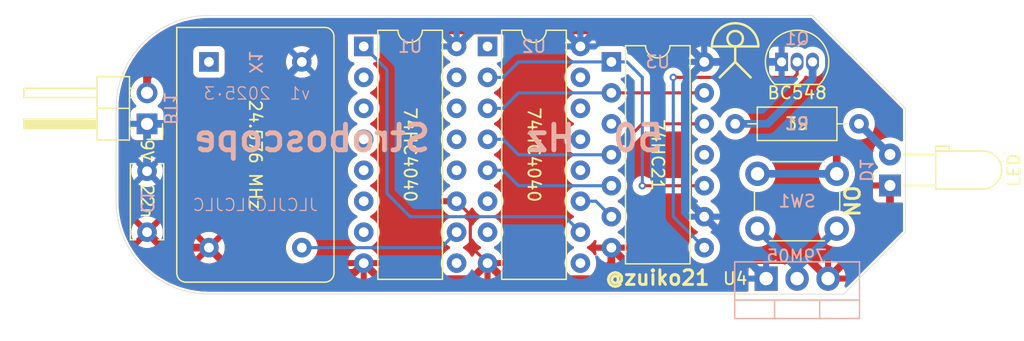
<source format=kicad_pcb>
(kicad_pcb (version 20240108) (generator "pcbnew") (generator_version "8.0")
  (layers (0 "F.Cu" signal) (31 "B.Cu" signal) (34 "B.Paste" user) (35 "F.Paste" user) (36 "B.SilkS" user "B.Silkscreen") (37 "F.SilkS" user "F.Silkscreen") (38 "B.Mask" user) (39 "F.Mask" user) (44 "Edge.Cuts" user))
  (net 0 "")
  (net 1 "/MINUS9V")
  (net 2 "+5V")
  (net 3 "GND")
  (net 4 "/IOUT")
  (net 5 "/PULSE")
  (net 6 "/VOUT")
  (net 7 "/SW9V")
  (net 8 "/CLK")
  (net 13 "/6KHZ")
  (net 24 "/RST")
  (net 27 "/Q5")
  (net 30 "/Q6")
  (net 31 "/Q3")
  (net 32 "/Q4")
  (footprint "Package_DIP:DIP-14_W7.62mm" (layer "F.Cu") (at 128.27 95.25)
    (property "Reference" "U3" (at 3.81 0 0) (layer "B.SilkS") (effects (justify mirror)))
    (property "Value" "74HC21" (at 3.81 7.62 -90) (layer "F.SilkS"))
    (pad "1" thru_hole rect (at 0 0) (size 1.6 1.6) (drill 0.8) (layers "*.Cu" "*.Mask" "In1.Cu" "In2.Cu" "In3.Cu" "In4.Cu" "In5.Cu" "In6.Cu" "In7.Cu" "In8.Cu" "In9.Cu" "In10.Cu" "In11.Cu" "In12.Cu" "In13.Cu" "In14.Cu" "In15.Cu" "In16.Cu" "In17.Cu" "In18.Cu" "In19.Cu" "In20.Cu" "In21.Cu" "In22.Cu" "In23.Cu" "In24.Cu" "In25.Cu" "In26.Cu" "In27.Cu" "In28.Cu" "In29.Cu" "In30.Cu") (net 27 "/Q5"))
    (pad "2" thru_hole oval (at 0 2.54) (size 1.6 1.6) (drill 0.8) (layers "*.Cu" "*.Mask" "In1.Cu" "In2.Cu" "In3.Cu" "In4.Cu" "In5.Cu" "In6.Cu" "In7.Cu" "In8.Cu" "In9.Cu" "In10.Cu" "In11.Cu" "In12.Cu" "In13.Cu" "In14.Cu" "In15.Cu" "In16.Cu" "In17.Cu" "In18.Cu" "In19.Cu" "In20.Cu" "In21.Cu" "In22.Cu" "In23.Cu" "In24.Cu" "In25.Cu" "In26.Cu" "In27.Cu" "In28.Cu" "In29.Cu" "In30.Cu") (net 32 "/Q4"))
    (pad "3" thru_hole oval (at 0 5.08) (size 1.6 1.6) (drill 0.8) (layers "*.Cu" "*.Mask" "In1.Cu" "In2.Cu" "In3.Cu" "In4.Cu" "In5.Cu" "In6.Cu" "In7.Cu" "In8.Cu" "In9.Cu" "In10.Cu" "In11.Cu" "In12.Cu" "In13.Cu" "In14.Cu" "In15.Cu" "In16.Cu" "In17.Cu" "In18.Cu" "In19.Cu" "In20.Cu" "In21.Cu" "In22.Cu" "In23.Cu" "In24.Cu" "In25.Cu" "In26.Cu" "In27.Cu" "In28.Cu" "In29.Cu" "In30.Cu"))
    (pad "4" thru_hole oval (at 0 7.62) (size 1.6 1.6) (drill 0.8) (layers "*.Cu" "*.Mask" "In1.Cu" "In2.Cu" "In3.Cu" "In4.Cu" "In5.Cu" "In6.Cu" "In7.Cu" "In8.Cu" "In9.Cu" "In10.Cu" "In11.Cu" "In12.Cu" "In13.Cu" "In14.Cu" "In15.Cu" "In16.Cu" "In17.Cu" "In18.Cu" "In19.Cu" "In20.Cu" "In21.Cu" "In22.Cu" "In23.Cu" "In24.Cu" "In25.Cu" "In26.Cu" "In27.Cu" "In28.Cu" "In29.Cu" "In30.Cu") (net 30 "/Q6"))
    (pad "5" thru_hole oval (at 0 10.16) (size 1.6 1.6) (drill 0.8) (layers "*.Cu" "*.Mask" "In1.Cu" "In2.Cu" "In3.Cu" "In4.Cu" "In5.Cu" "In6.Cu" "In7.Cu" "In8.Cu" "In9.Cu" "In10.Cu" "In11.Cu" "In12.Cu" "In13.Cu" "In14.Cu" "In15.Cu" "In16.Cu" "In17.Cu" "In18.Cu" "In19.Cu" "In20.Cu" "In21.Cu" "In22.Cu" "In23.Cu" "In24.Cu" "In25.Cu" "In26.Cu" "In27.Cu" "In28.Cu" "In29.Cu" "In30.Cu") (net 31 "/Q3"))
    (pad "6" thru_hole oval (at 0 12.7) (size 1.6 1.6) (drill 0.8) (layers "*.Cu" "*.Mask" "In1.Cu" "In2.Cu" "In3.Cu" "In4.Cu" "In5.Cu" "In6.Cu" "In7.Cu" "In8.Cu" "In9.Cu" "In10.Cu" "In11.Cu" "In12.Cu" "In13.Cu" "In14.Cu" "In15.Cu" "In16.Cu" "In17.Cu" "In18.Cu" "In19.Cu" "In20.Cu" "In21.Cu" "In22.Cu" "In23.Cu" "In24.Cu" "In25.Cu" "In26.Cu" "In27.Cu" "In28.Cu" "In29.Cu" "In30.Cu") (net 24 "/RST"))
    (pad "7" thru_hole oval (at 0 15.24) (size 1.6 1.6) (drill 0.8) (layers "*.Cu" "*.Mask" "In1.Cu" "In2.Cu" "In3.Cu" "In4.Cu" "In5.Cu" "In6.Cu" "In7.Cu" "In8.Cu" "In9.Cu" "In10.Cu" "In11.Cu" "In12.Cu" "In13.Cu" "In14.Cu" "In15.Cu" "In16.Cu" "In17.Cu" "In18.Cu" "In19.Cu" "In20.Cu" "In21.Cu" "In22.Cu" "In23.Cu" "In24.Cu" "In25.Cu" "In26.Cu" "In27.Cu" "In28.Cu" "In29.Cu" "In30.Cu") (net 3 "GND"))
    (pad "8" thru_hole oval (at 7.62 15.24) (size 1.6 1.6) (drill 0.8) (layers "*.Cu" "*.Mask" "In1.Cu" "In2.Cu" "In3.Cu" "In4.Cu" "In5.Cu" "In6.Cu" "In7.Cu" "In8.Cu" "In9.Cu" "In10.Cu" "In11.Cu" "In12.Cu" "In13.Cu" "In14.Cu" "In15.Cu" "In16.Cu" "In17.Cu" "In18.Cu" "In19.Cu" "In20.Cu" "In21.Cu" "In22.Cu" "In23.Cu" "In24.Cu" "In25.Cu" "In26.Cu" "In27.Cu" "In28.Cu" "In29.Cu" "In30.Cu") (net 5 "/PULSE"))
    (pad "9" thru_hole oval (at 7.62 12.7) (size 1.6 1.6) (drill 0.8) (layers "*.Cu" "*.Mask" "In1.Cu" "In2.Cu" "In3.Cu" "In4.Cu" "In5.Cu" "In6.Cu" "In7.Cu" "In8.Cu" "In9.Cu" "In10.Cu" "In11.Cu" "In12.Cu" "In13.Cu" "In14.Cu" "In15.Cu" "In16.Cu" "In17.Cu" "In18.Cu" "In19.Cu" "In20.Cu" "In21.Cu" "In22.Cu" "In23.Cu" "In24.Cu" "In25.Cu" "In26.Cu" "In27.Cu" "In28.Cu" "In29.Cu" "In30.Cu") (net 2 "+5V"))
    (pad "10" thru_hole oval (at 7.62 10.16) (size 1.6 1.6) (drill 0.8) (layers "*.Cu" "*.Mask" "In1.Cu" "In2.Cu" "In3.Cu" "In4.Cu" "In5.Cu" "In6.Cu" "In7.Cu" "In8.Cu" "In9.Cu" "In10.Cu" "In11.Cu" "In12.Cu" "In13.Cu" "In14.Cu" "In15.Cu" "In16.Cu" "In17.Cu" "In18.Cu" "In19.Cu" "In20.Cu" "In21.Cu" "In22.Cu" "In23.Cu" "In24.Cu" "In25.Cu" "In26.Cu" "In27.Cu" "In28.Cu" "In29.Cu" "In30.Cu") (net 27 "/Q5"))
    (pad "11" thru_hole oval (at 7.62 7.62) (size 1.6 1.6) (drill 0.8) (layers "*.Cu" "*.Mask" "In1.Cu" "In2.Cu" "In3.Cu" "In4.Cu" "In5.Cu" "In6.Cu" "In7.Cu" "In8.Cu" "In9.Cu" "In10.Cu" "In11.Cu" "In12.Cu" "In13.Cu" "In14.Cu" "In15.Cu" "In16.Cu" "In17.Cu" "In18.Cu" "In19.Cu" "In20.Cu" "In21.Cu" "In22.Cu" "In23.Cu" "In24.Cu" "In25.Cu" "In26.Cu" "In27.Cu" "In28.Cu" "In29.Cu" "In30.Cu"))
    (pad "12" thru_hole oval (at 7.62 5.08) (size 1.6 1.6) (drill 0.8) (layers "*.Cu" "*.Mask" "In1.Cu" "In2.Cu" "In3.Cu" "In4.Cu" "In5.Cu" "In6.Cu" "In7.Cu" "In8.Cu" "In9.Cu" "In10.Cu" "In11.Cu" "In12.Cu" "In13.Cu" "In14.Cu" "In15.Cu" "In16.Cu" "In17.Cu" "In18.Cu" "In19.Cu" "In20.Cu" "In21.Cu" "In22.Cu" "In23.Cu" "In24.Cu" "In25.Cu" "In26.Cu" "In27.Cu" "In28.Cu" "In29.Cu" "In30.Cu") (net 30 "/Q6"))
    (pad "13" thru_hole oval (at 7.62 2.54) (size 1.6 1.6) (drill 0.8) (layers "*.Cu" "*.Mask" "In1.Cu" "In2.Cu" "In3.Cu" "In4.Cu" "In5.Cu" "In6.Cu" "In7.Cu" "In8.Cu" "In9.Cu" "In10.Cu" "In11.Cu" "In12.Cu" "In13.Cu" "In14.Cu" "In15.Cu" "In16.Cu" "In17.Cu" "In18.Cu" "In19.Cu" "In20.Cu" "In21.Cu" "In22.Cu" "In23.Cu" "In24.Cu" "In25.Cu" "In26.Cu" "In27.Cu" "In28.Cu" "In29.Cu" "In30.Cu") (net 32 "/Q4"))
    (pad "14" thru_hole oval (at 7.62 0) (size 1.6 1.6) (drill 0.8) (layers "*.Cu" "*.Mask" "In1.Cu" "In2.Cu" "In3.Cu" "In4.Cu" "In5.Cu" "In6.Cu" "In7.Cu" "In8.Cu" "In9.Cu" "In10.Cu" "In11.Cu" "In12.Cu" "In13.Cu" "In14.Cu" "In15.Cu" "In16.Cu" "In17.Cu" "In18.Cu" "In19.Cu" "In20.Cu" "In21.Cu" "In22.Cu" "In23.Cu" "In24.Cu" "In25.Cu" "In26.Cu" "In27.Cu" "In28.Cu" "In29.Cu" "In30.Cu") (net 2 "+5V"))
  )
  (footprint "Package_DIP:DIP-16_W7.62mm" (layer "F.Cu") (at 118.11 93.98)
    (property "Reference" "U2" (at 3.81 0 0) (layer "B.SilkS") (effects (justify mirror)))
    (property "Value" "74HC4040" (at 3.81 8.89 -90) (layer "F.SilkS"))
    (pad "1" thru_hole rect (at 0 0) (size 1.6 1.6) (drill 0.8) (layers "*.Cu" "*.Mask" "In1.Cu" "In2.Cu" "In3.Cu" "In4.Cu" "In5.Cu" "In6.Cu" "In7.Cu" "In8.Cu" "In9.Cu" "In10.Cu" "In11.Cu" "In12.Cu" "In13.Cu" "In14.Cu" "In15.Cu" "In16.Cu" "In17.Cu" "In18.Cu" "In19.Cu" "In20.Cu" "In21.Cu" "In22.Cu" "In23.Cu" "In24.Cu" "In25.Cu" "In26.Cu" "In27.Cu" "In28.Cu" "In29.Cu" "In30.Cu"))
    (pad "2" thru_hole oval (at 0 2.54) (size 1.6 1.6) (drill 0.8) (layers "*.Cu" "*.Mask" "In1.Cu" "In2.Cu" "In3.Cu" "In4.Cu" "In5.Cu" "In6.Cu" "In7.Cu" "In8.Cu" "In9.Cu" "In10.Cu" "In11.Cu" "In12.Cu" "In13.Cu" "In14.Cu" "In15.Cu" "In16.Cu" "In17.Cu" "In18.Cu" "In19.Cu" "In20.Cu" "In21.Cu" "In22.Cu" "In23.Cu" "In24.Cu" "In25.Cu" "In26.Cu" "In27.Cu" "In28.Cu" "In29.Cu" "In30.Cu") (net 27 "/Q5"))
    (pad "3" thru_hole oval (at 0 5.08) (size 1.6 1.6) (drill 0.8) (layers "*.Cu" "*.Mask" "In1.Cu" "In2.Cu" "In3.Cu" "In4.Cu" "In5.Cu" "In6.Cu" "In7.Cu" "In8.Cu" "In9.Cu" "In10.Cu" "In11.Cu" "In12.Cu" "In13.Cu" "In14.Cu" "In15.Cu" "In16.Cu" "In17.Cu" "In18.Cu" "In19.Cu" "In20.Cu" "In21.Cu" "In22.Cu" "In23.Cu" "In24.Cu" "In25.Cu" "In26.Cu" "In27.Cu" "In28.Cu" "In29.Cu" "In30.Cu") (net 32 "/Q4"))
    (pad "4" thru_hole oval (at 0 7.62) (size 1.6 1.6) (drill 0.8) (layers "*.Cu" "*.Mask" "In1.Cu" "In2.Cu" "In3.Cu" "In4.Cu" "In5.Cu" "In6.Cu" "In7.Cu" "In8.Cu" "In9.Cu" "In10.Cu" "In11.Cu" "In12.Cu" "In13.Cu" "In14.Cu" "In15.Cu" "In16.Cu" "In17.Cu" "In18.Cu" "In19.Cu" "In20.Cu" "In21.Cu" "In22.Cu" "In23.Cu" "In24.Cu" "In25.Cu" "In26.Cu" "In27.Cu" "In28.Cu" "In29.Cu" "In30.Cu") (net 30 "/Q6"))
    (pad "5" thru_hole oval (at 0 10.16) (size 1.6 1.6) (drill 0.8) (layers "*.Cu" "*.Mask" "In1.Cu" "In2.Cu" "In3.Cu" "In4.Cu" "In5.Cu" "In6.Cu" "In7.Cu" "In8.Cu" "In9.Cu" "In10.Cu" "In11.Cu" "In12.Cu" "In13.Cu" "In14.Cu" "In15.Cu" "In16.Cu" "In17.Cu" "In18.Cu" "In19.Cu" "In20.Cu" "In21.Cu" "In22.Cu" "In23.Cu" "In24.Cu" "In25.Cu" "In26.Cu" "In27.Cu" "In28.Cu" "In29.Cu" "In30.Cu") (net 31 "/Q3"))
    (pad "6" thru_hole oval (at 0 12.7) (size 1.6 1.6) (drill 0.8) (layers "*.Cu" "*.Mask" "In1.Cu" "In2.Cu" "In3.Cu" "In4.Cu" "In5.Cu" "In6.Cu" "In7.Cu" "In8.Cu" "In9.Cu" "In10.Cu" "In11.Cu" "In12.Cu" "In13.Cu" "In14.Cu" "In15.Cu" "In16.Cu" "In17.Cu" "In18.Cu" "In19.Cu" "In20.Cu" "In21.Cu" "In22.Cu" "In23.Cu" "In24.Cu" "In25.Cu" "In26.Cu" "In27.Cu" "In28.Cu" "In29.Cu" "In30.Cu"))
    (pad "7" thru_hole oval (at 0 15.24) (size 1.6 1.6) (drill 0.8) (layers "*.Cu" "*.Mask" "In1.Cu" "In2.Cu" "In3.Cu" "In4.Cu" "In5.Cu" "In6.Cu" "In7.Cu" "In8.Cu" "In9.Cu" "In10.Cu" "In11.Cu" "In12.Cu" "In13.Cu" "In14.Cu" "In15.Cu" "In16.Cu" "In17.Cu" "In18.Cu" "In19.Cu" "In20.Cu" "In21.Cu" "In22.Cu" "In23.Cu" "In24.Cu" "In25.Cu" "In26.Cu" "In27.Cu" "In28.Cu" "In29.Cu" "In30.Cu"))
    (pad "8" thru_hole oval (at 0 17.78) (size 1.6 1.6) (drill 0.8) (layers "*.Cu" "*.Mask" "In1.Cu" "In2.Cu" "In3.Cu" "In4.Cu" "In5.Cu" "In6.Cu" "In7.Cu" "In8.Cu" "In9.Cu" "In10.Cu" "In11.Cu" "In12.Cu" "In13.Cu" "In14.Cu" "In15.Cu" "In16.Cu" "In17.Cu" "In18.Cu" "In19.Cu" "In20.Cu" "In21.Cu" "In22.Cu" "In23.Cu" "In24.Cu" "In25.Cu" "In26.Cu" "In27.Cu" "In28.Cu" "In29.Cu" "In30.Cu") (net 3 "GND"))
    (pad "9" thru_hole oval (at 7.62 17.78) (size 1.6 1.6) (drill 0.8) (layers "*.Cu" "*.Mask" "In1.Cu" "In2.Cu" "In3.Cu" "In4.Cu" "In5.Cu" "In6.Cu" "In7.Cu" "In8.Cu" "In9.Cu" "In10.Cu" "In11.Cu" "In12.Cu" "In13.Cu" "In14.Cu" "In15.Cu" "In16.Cu" "In17.Cu" "In18.Cu" "In19.Cu" "In20.Cu" "In21.Cu" "In22.Cu" "In23.Cu" "In24.Cu" "In25.Cu" "In26.Cu" "In27.Cu" "In28.Cu" "In29.Cu" "In30.Cu"))
    (pad "10" thru_hole oval (at 7.62 15.24) (size 1.6 1.6) (drill 0.8) (layers "*.Cu" "*.Mask" "In1.Cu" "In2.Cu" "In3.Cu" "In4.Cu" "In5.Cu" "In6.Cu" "In7.Cu" "In8.Cu" "In9.Cu" "In10.Cu" "In11.Cu" "In12.Cu" "In13.Cu" "In14.Cu" "In15.Cu" "In16.Cu" "In17.Cu" "In18.Cu" "In19.Cu" "In20.Cu" "In21.Cu" "In22.Cu" "In23.Cu" "In24.Cu" "In25.Cu" "In26.Cu" "In27.Cu" "In28.Cu" "In29.Cu" "In30.Cu") (net 13 "/6KHZ"))
    (pad "11" thru_hole oval (at 7.62 12.7) (size 1.6 1.6) (drill 0.8) (layers "*.Cu" "*.Mask" "In1.Cu" "In2.Cu" "In3.Cu" "In4.Cu" "In5.Cu" "In6.Cu" "In7.Cu" "In8.Cu" "In9.Cu" "In10.Cu" "In11.Cu" "In12.Cu" "In13.Cu" "In14.Cu" "In15.Cu" "In16.Cu" "In17.Cu" "In18.Cu" "In19.Cu" "In20.Cu" "In21.Cu" "In22.Cu" "In23.Cu" "In24.Cu" "In25.Cu" "In26.Cu" "In27.Cu" "In28.Cu" "In29.Cu" "In30.Cu") (net 24 "/RST"))
    (pad "12" thru_hole oval (at 7.62 10.16) (size 1.6 1.6) (drill 0.8) (layers "*.Cu" "*.Mask" "In1.Cu" "In2.Cu" "In3.Cu" "In4.Cu" "In5.Cu" "In6.Cu" "In7.Cu" "In8.Cu" "In9.Cu" "In10.Cu" "In11.Cu" "In12.Cu" "In13.Cu" "In14.Cu" "In15.Cu" "In16.Cu" "In17.Cu" "In18.Cu" "In19.Cu" "In20.Cu" "In21.Cu" "In22.Cu" "In23.Cu" "In24.Cu" "In25.Cu" "In26.Cu" "In27.Cu" "In28.Cu" "In29.Cu" "In30.Cu"))
    (pad "13" thru_hole oval (at 7.62 7.62) (size 1.6 1.6) (drill 0.8) (layers "*.Cu" "*.Mask" "In1.Cu" "In2.Cu" "In3.Cu" "In4.Cu" "In5.Cu" "In6.Cu" "In7.Cu" "In8.Cu" "In9.Cu" "In10.Cu" "In11.Cu" "In12.Cu" "In13.Cu" "In14.Cu" "In15.Cu" "In16.Cu" "In17.Cu" "In18.Cu" "In19.Cu" "In20.Cu" "In21.Cu" "In22.Cu" "In23.Cu" "In24.Cu" "In25.Cu" "In26.Cu" "In27.Cu" "In28.Cu" "In29.Cu" "In30.Cu"))
    (pad "14" thru_hole oval (at 7.62 5.08) (size 1.6 1.6) (drill 0.8) (layers "*.Cu" "*.Mask" "In1.Cu" "In2.Cu" "In3.Cu" "In4.Cu" "In5.Cu" "In6.Cu" "In7.Cu" "In8.Cu" "In9.Cu" "In10.Cu" "In11.Cu" "In12.Cu" "In13.Cu" "In14.Cu" "In15.Cu" "In16.Cu" "In17.Cu" "In18.Cu" "In19.Cu" "In20.Cu" "In21.Cu" "In22.Cu" "In23.Cu" "In24.Cu" "In25.Cu" "In26.Cu" "In27.Cu" "In28.Cu" "In29.Cu" "In30.Cu"))
    (pad "15" thru_hole oval (at 7.62 2.54) (size 1.6 1.6) (drill 0.8) (layers "*.Cu" "*.Mask" "In1.Cu" "In2.Cu" "In3.Cu" "In4.Cu" "In5.Cu" "In6.Cu" "In7.Cu" "In8.Cu" "In9.Cu" "In10.Cu" "In11.Cu" "In12.Cu" "In13.Cu" "In14.Cu" "In15.Cu" "In16.Cu" "In17.Cu" "In18.Cu" "In19.Cu" "In20.Cu" "In21.Cu" "In22.Cu" "In23.Cu" "In24.Cu" "In25.Cu" "In26.Cu" "In27.Cu" "In28.Cu" "In29.Cu" "In30.Cu"))
    (pad "16" thru_hole oval (at 7.62 0) (size 1.6 1.6) (drill 0.8) (layers "*.Cu" "*.Mask" "In1.Cu" "In2.Cu" "In3.Cu" "In4.Cu" "In5.Cu" "In6.Cu" "In7.Cu" "In8.Cu" "In9.Cu" "In10.Cu" "In11.Cu" "In12.Cu" "In13.Cu" "In14.Cu" "In15.Cu" "In16.Cu" "In17.Cu" "In18.Cu" "In19.Cu" "In20.Cu" "In21.Cu" "In22.Cu" "In23.Cu" "In24.Cu" "In25.Cu" "In26.Cu" "In27.Cu" "In28.Cu" "In29.Cu" "In30.Cu") (net 2 "+5V"))
  )
  (footprint "Package_TO_SOT_THT:TO-92_Inline" (layer "F.Cu") (at 142.24 95.25)
    (property "Reference" "Q1" (at 1.27 -1.905 0) (layer "B.SilkS") (effects (justify mirror)))
    (property "Value" "BC548" (at 1.27 2.54 0) (layer "F.SilkS"))
    (pad "1" thru_hole rect (at 0 0) (size 1.05 1.5) (drill 0.75) (layers "*.Cu" "*.Mask" "In1.Cu" "In2.Cu" "In3.Cu" "In4.Cu" "In5.Cu" "In6.Cu" "In7.Cu" "In8.Cu" "In9.Cu" "In10.Cu" "In11.Cu" "In12.Cu" "In13.Cu" "In14.Cu" "In15.Cu" "In16.Cu" "In17.Cu" "In18.Cu" "In19.Cu" "In20.Cu" "In21.Cu" "In22.Cu" "In23.Cu" "In24.Cu" "In25.Cu" "In26.Cu" "In27.Cu" "In28.Cu" "In29.Cu" "In30.Cu") (net 2 "+5V"))
    (pad "2" thru_hole oval (at 1.27 0) (size 1.05 1.5) (drill 0.75) (layers "*.Cu" "*.Mask" "In1.Cu" "In2.Cu" "In3.Cu" "In4.Cu" "In5.Cu" "In6.Cu" "In7.Cu" "In8.Cu" "In9.Cu" "In10.Cu" "In11.Cu" "In12.Cu" "In13.Cu" "In14.Cu" "In15.Cu" "In16.Cu" "In17.Cu" "In18.Cu" "In19.Cu" "In20.Cu" "In21.Cu" "In22.Cu" "In23.Cu" "In24.Cu" "In25.Cu" "In26.Cu" "In27.Cu" "In28.Cu" "In29.Cu" "In30.Cu") (net 5 "/PULSE"))
    (pad "3" thru_hole oval (at 2.54 0) (size 1.05 1.5) (drill 0.75) (layers "*.Cu" "*.Mask" "In1.Cu" "In2.Cu" "In3.Cu" "In4.Cu" "In5.Cu" "In6.Cu" "In7.Cu" "In8.Cu" "In9.Cu" "In10.Cu" "In11.Cu" "In12.Cu" "In13.Cu" "In14.Cu" "In15.Cu" "In16.Cu" "In17.Cu" "In18.Cu" "In19.Cu" "In20.Cu" "In21.Cu" "In22.Cu" "In23.Cu" "In24.Cu" "In25.Cu" "In26.Cu" "In27.Cu" "In28.Cu" "In29.Cu" "In30.Cu") (net 6 "/VOUT"))
  )
  (footprint "Package_DIP:DIP-16_W7.62mm" (layer "F.Cu") (at 107.95 93.98)
    (property "Reference" "U1" (at 3.81 0 0) (layer "B.SilkS") (effects (justify mirror)))
    (property "Value" "74HC4040" (at 3.81 8.89 -90) (layer "F.SilkS"))
    (pad "1" thru_hole rect (at 0 0) (size 1.6 1.6) (drill 0.8) (layers "*.Cu" "*.Mask" "In1.Cu" "In2.Cu" "In3.Cu" "In4.Cu" "In5.Cu" "In6.Cu" "In7.Cu" "In8.Cu" "In9.Cu" "In10.Cu" "In11.Cu" "In12.Cu" "In13.Cu" "In14.Cu" "In15.Cu" "In16.Cu" "In17.Cu" "In18.Cu" "In19.Cu" "In20.Cu" "In21.Cu" "In22.Cu" "In23.Cu" "In24.Cu" "In25.Cu" "In26.Cu" "In27.Cu" "In28.Cu" "In29.Cu" "In30.Cu") (net 13 "/6KHZ"))
    (pad "2" thru_hole oval (at 0 2.54) (size 1.6 1.6) (drill 0.8) (layers "*.Cu" "*.Mask" "In1.Cu" "In2.Cu" "In3.Cu" "In4.Cu" "In5.Cu" "In6.Cu" "In7.Cu" "In8.Cu" "In9.Cu" "In10.Cu" "In11.Cu" "In12.Cu" "In13.Cu" "In14.Cu" "In15.Cu" "In16.Cu" "In17.Cu" "In18.Cu" "In19.Cu" "In20.Cu" "In21.Cu" "In22.Cu" "In23.Cu" "In24.Cu" "In25.Cu" "In26.Cu" "In27.Cu" "In28.Cu" "In29.Cu" "In30.Cu"))
    (pad "3" thru_hole oval (at 0 5.08) (size 1.6 1.6) (drill 0.8) (layers "*.Cu" "*.Mask" "In1.Cu" "In2.Cu" "In3.Cu" "In4.Cu" "In5.Cu" "In6.Cu" "In7.Cu" "In8.Cu" "In9.Cu" "In10.Cu" "In11.Cu" "In12.Cu" "In13.Cu" "In14.Cu" "In15.Cu" "In16.Cu" "In17.Cu" "In18.Cu" "In19.Cu" "In20.Cu" "In21.Cu" "In22.Cu" "In23.Cu" "In24.Cu" "In25.Cu" "In26.Cu" "In27.Cu" "In28.Cu" "In29.Cu" "In30.Cu"))
    (pad "4" thru_hole oval (at 0 7.62) (size 1.6 1.6) (drill 0.8) (layers "*.Cu" "*.Mask" "In1.Cu" "In2.Cu" "In3.Cu" "In4.Cu" "In5.Cu" "In6.Cu" "In7.Cu" "In8.Cu" "In9.Cu" "In10.Cu" "In11.Cu" "In12.Cu" "In13.Cu" "In14.Cu" "In15.Cu" "In16.Cu" "In17.Cu" "In18.Cu" "In19.Cu" "In20.Cu" "In21.Cu" "In22.Cu" "In23.Cu" "In24.Cu" "In25.Cu" "In26.Cu" "In27.Cu" "In28.Cu" "In29.Cu" "In30.Cu"))
    (pad "5" thru_hole oval (at 0 10.16) (size 1.6 1.6) (drill 0.8) (layers "*.Cu" "*.Mask" "In1.Cu" "In2.Cu" "In3.Cu" "In4.Cu" "In5.Cu" "In6.Cu" "In7.Cu" "In8.Cu" "In9.Cu" "In10.Cu" "In11.Cu" "In12.Cu" "In13.Cu" "In14.Cu" "In15.Cu" "In16.Cu" "In17.Cu" "In18.Cu" "In19.Cu" "In20.Cu" "In21.Cu" "In22.Cu" "In23.Cu" "In24.Cu" "In25.Cu" "In26.Cu" "In27.Cu" "In28.Cu" "In29.Cu" "In30.Cu"))
    (pad "6" thru_hole oval (at 0 12.7) (size 1.6 1.6) (drill 0.8) (layers "*.Cu" "*.Mask" "In1.Cu" "In2.Cu" "In3.Cu" "In4.Cu" "In5.Cu" "In6.Cu" "In7.Cu" "In8.Cu" "In9.Cu" "In10.Cu" "In11.Cu" "In12.Cu" "In13.Cu" "In14.Cu" "In15.Cu" "In16.Cu" "In17.Cu" "In18.Cu" "In19.Cu" "In20.Cu" "In21.Cu" "In22.Cu" "In23.Cu" "In24.Cu" "In25.Cu" "In26.Cu" "In27.Cu" "In28.Cu" "In29.Cu" "In30.Cu"))
    (pad "7" thru_hole oval (at 0 15.24) (size 1.6 1.6) (drill 0.8) (layers "*.Cu" "*.Mask" "In1.Cu" "In2.Cu" "In3.Cu" "In4.Cu" "In5.Cu" "In6.Cu" "In7.Cu" "In8.Cu" "In9.Cu" "In10.Cu" "In11.Cu" "In12.Cu" "In13.Cu" "In14.Cu" "In15.Cu" "In16.Cu" "In17.Cu" "In18.Cu" "In19.Cu" "In20.Cu" "In21.Cu" "In22.Cu" "In23.Cu" "In24.Cu" "In25.Cu" "In26.Cu" "In27.Cu" "In28.Cu" "In29.Cu" "In30.Cu"))
    (pad "8" thru_hole oval (at 0 17.78) (size 1.6 1.6) (drill 0.8) (layers "*.Cu" "*.Mask" "In1.Cu" "In2.Cu" "In3.Cu" "In4.Cu" "In5.Cu" "In6.Cu" "In7.Cu" "In8.Cu" "In9.Cu" "In10.Cu" "In11.Cu" "In12.Cu" "In13.Cu" "In14.Cu" "In15.Cu" "In16.Cu" "In17.Cu" "In18.Cu" "In19.Cu" "In20.Cu" "In21.Cu" "In22.Cu" "In23.Cu" "In24.Cu" "In25.Cu" "In26.Cu" "In27.Cu" "In28.Cu" "In29.Cu" "In30.Cu") (net 3 "GND"))
    (pad "9" thru_hole oval (at 7.62 17.78) (size 1.6 1.6) (drill 0.8) (layers "*.Cu" "*.Mask" "In1.Cu" "In2.Cu" "In3.Cu" "In4.Cu" "In5.Cu" "In6.Cu" "In7.Cu" "In8.Cu" "In9.Cu" "In10.Cu" "In11.Cu" "In12.Cu" "In13.Cu" "In14.Cu" "In15.Cu" "In16.Cu" "In17.Cu" "In18.Cu" "In19.Cu" "In20.Cu" "In21.Cu" "In22.Cu" "In23.Cu" "In24.Cu" "In25.Cu" "In26.Cu" "In27.Cu" "In28.Cu" "In29.Cu" "In30.Cu"))
    (pad "10" thru_hole oval (at 7.62 15.24) (size 1.6 1.6) (drill 0.8) (layers "*.Cu" "*.Mask" "In1.Cu" "In2.Cu" "In3.Cu" "In4.Cu" "In5.Cu" "In6.Cu" "In7.Cu" "In8.Cu" "In9.Cu" "In10.Cu" "In11.Cu" "In12.Cu" "In13.Cu" "In14.Cu" "In15.Cu" "In16.Cu" "In17.Cu" "In18.Cu" "In19.Cu" "In20.Cu" "In21.Cu" "In22.Cu" "In23.Cu" "In24.Cu" "In25.Cu" "In26.Cu" "In27.Cu" "In28.Cu" "In29.Cu" "In30.Cu") (net 8 "/CLK"))
    (pad "11" thru_hole oval (at 7.62 12.7) (size 1.6 1.6) (drill 0.8) (layers "*.Cu" "*.Mask" "In1.Cu" "In2.Cu" "In3.Cu" "In4.Cu" "In5.Cu" "In6.Cu" "In7.Cu" "In8.Cu" "In9.Cu" "In10.Cu" "In11.Cu" "In12.Cu" "In13.Cu" "In14.Cu" "In15.Cu" "In16.Cu" "In17.Cu" "In18.Cu" "In19.Cu" "In20.Cu" "In21.Cu" "In22.Cu" "In23.Cu" "In24.Cu" "In25.Cu" "In26.Cu" "In27.Cu" "In28.Cu" "In29.Cu" "In30.Cu") (net 3 "GND"))
    (pad "12" thru_hole oval (at 7.62 10.16) (size 1.6 1.6) (drill 0.8) (layers "*.Cu" "*.Mask" "In1.Cu" "In2.Cu" "In3.Cu" "In4.Cu" "In5.Cu" "In6.Cu" "In7.Cu" "In8.Cu" "In9.Cu" "In10.Cu" "In11.Cu" "In12.Cu" "In13.Cu" "In14.Cu" "In15.Cu" "In16.Cu" "In17.Cu" "In18.Cu" "In19.Cu" "In20.Cu" "In21.Cu" "In22.Cu" "In23.Cu" "In24.Cu" "In25.Cu" "In26.Cu" "In27.Cu" "In28.Cu" "In29.Cu" "In30.Cu"))
    (pad "13" thru_hole oval (at 7.62 7.62) (size 1.6 1.6) (drill 0.8) (layers "*.Cu" "*.Mask" "In1.Cu" "In2.Cu" "In3.Cu" "In4.Cu" "In5.Cu" "In6.Cu" "In7.Cu" "In8.Cu" "In9.Cu" "In10.Cu" "In11.Cu" "In12.Cu" "In13.Cu" "In14.Cu" "In15.Cu" "In16.Cu" "In17.Cu" "In18.Cu" "In19.Cu" "In20.Cu" "In21.Cu" "In22.Cu" "In23.Cu" "In24.Cu" "In25.Cu" "In26.Cu" "In27.Cu" "In28.Cu" "In29.Cu" "In30.Cu"))
    (pad "14" thru_hole oval (at 7.62 5.08) (size 1.6 1.6) (drill 0.8) (layers "*.Cu" "*.Mask" "In1.Cu" "In2.Cu" "In3.Cu" "In4.Cu" "In5.Cu" "In6.Cu" "In7.Cu" "In8.Cu" "In9.Cu" "In10.Cu" "In11.Cu" "In12.Cu" "In13.Cu" "In14.Cu" "In15.Cu" "In16.Cu" "In17.Cu" "In18.Cu" "In19.Cu" "In20.Cu" "In21.Cu" "In22.Cu" "In23.Cu" "In24.Cu" "In25.Cu" "In26.Cu" "In27.Cu" "In28.Cu" "In29.Cu" "In30.Cu"))
    (pad "15" thru_hole oval (at 7.62 2.54) (size 1.6 1.6) (drill 0.8) (layers "*.Cu" "*.Mask" "In1.Cu" "In2.Cu" "In3.Cu" "In4.Cu" "In5.Cu" "In6.Cu" "In7.Cu" "In8.Cu" "In9.Cu" "In10.Cu" "In11.Cu" "In12.Cu" "In13.Cu" "In14.Cu" "In15.Cu" "In16.Cu" "In17.Cu" "In18.Cu" "In19.Cu" "In20.Cu" "In21.Cu" "In22.Cu" "In23.Cu" "In24.Cu" "In25.Cu" "In26.Cu" "In27.Cu" "In28.Cu" "In29.Cu" "In30.Cu"))
    (pad "16" thru_hole oval (at 7.62 0) (size 1.6 1.6) (drill 0.8) (layers "*.Cu" "*.Mask" "In1.Cu" "In2.Cu" "In3.Cu" "In4.Cu" "In5.Cu" "In6.Cu" "In7.Cu" "In8.Cu" "In9.Cu" "In10.Cu" "In11.Cu" "In12.Cu" "In13.Cu" "In14.Cu" "In15.Cu" "In16.Cu" "In17.Cu" "In18.Cu" "In19.Cu" "In20.Cu" "In21.Cu" "In22.Cu" "In23.Cu" "In24.Cu" "In25.Cu" "In26.Cu" "In27.Cu" "In28.Cu" "In29.Cu" "In30.Cu") (net 2 "+5V"))
  )
  (footprint "Button_Switch_THT:SW_PUSH_6mm" (layer "F.Cu") (at 140.26 104.43)
    (property "Reference" "SW1" (at 3.25 2.25 0) (layer "B.SilkS") (effects (justify mirror)))
    (property "Value" "ON" (at 7.695 2.25 -90) (layer "F.SilkS") (effects (font (size 1.2 1.2) (thickness 0.24) (bold yes))))
    (pad "1" thru_hole circle (at 0 0 90) (size 2 2) (drill 1.1) (layers "*.Cu" "*.Mask" "In1.Cu" "In2.Cu" "In3.Cu" "In4.Cu" "In5.Cu" "In6.Cu" "In7.Cu" "In8.Cu" "In9.Cu" "In10.Cu" "In11.Cu" "In12.Cu" "In13.Cu" "In14.Cu" "In15.Cu" "In16.Cu" "In17.Cu" "In18.Cu" "In19.Cu" "In20.Cu" "In21.Cu" "In22.Cu" "In23.Cu" "In24.Cu" "In25.Cu" "In26.Cu" "In27.Cu" "In28.Cu" "In29.Cu" "In30.Cu") (net 1 "/MINUS9V"))
    (pad "1" thru_hole circle (at 6.5 0 90) (size 2 2) (drill 1.1) (layers "*.Cu" "*.Mask" "In1.Cu" "In2.Cu" "In3.Cu" "In4.Cu" "In5.Cu" "In6.Cu" "In7.Cu" "In8.Cu" "In9.Cu" "In10.Cu" "In11.Cu" "In12.Cu" "In13.Cu" "In14.Cu" "In15.Cu" "In16.Cu" "In17.Cu" "In18.Cu" "In19.Cu" "In20.Cu" "In21.Cu" "In22.Cu" "In23.Cu" "In24.Cu" "In25.Cu" "In26.Cu" "In27.Cu" "In28.Cu" "In29.Cu" "In30.Cu") (net 1 "/MINUS9V"))
    (pad "2" thru_hole circle (at 0 4.5 90) (size 2 2) (drill 1.1) (layers "*.Cu" "*.Mask" "In1.Cu" "In2.Cu" "In3.Cu" "In4.Cu" "In5.Cu" "In6.Cu" "In7.Cu" "In8.Cu" "In9.Cu" "In10.Cu" "In11.Cu" "In12.Cu" "In13.Cu" "In14.Cu" "In15.Cu" "In16.Cu" "In17.Cu" "In18.Cu" "In19.Cu" "In20.Cu" "In21.Cu" "In22.Cu" "In23.Cu" "In24.Cu" "In25.Cu" "In26.Cu" "In27.Cu" "In28.Cu" "In29.Cu" "In30.Cu") (net 7 "/SW9V"))
    (pad "2" thru_hole circle (at 6.5 4.5 90) (size 2 2) (drill 1.1) (layers "*.Cu" "*.Mask" "In1.Cu" "In2.Cu" "In3.Cu" "In4.Cu" "In5.Cu" "In6.Cu" "In7.Cu" "In8.Cu" "In9.Cu" "In10.Cu" "In11.Cu" "In12.Cu" "In13.Cu" "In14.Cu" "In15.Cu" "In16.Cu" "In17.Cu" "In18.Cu" "In19.Cu" "In20.Cu" "In21.Cu" "In22.Cu" "In23.Cu" "In24.Cu" "In25.Cu" "In26.Cu" "In27.Cu" "In28.Cu" "In29.Cu" "In30.Cu") (net 7 "/SW9V"))
  )
  (footprint "LED_THT:LED_D3.0mm_Horizontal_O3.81mm_Z10.0mm" (layer "F.Cu") (at 151.13 105.39 90)
    (property "Reference" "D1" (at 1.27 -1.96 -90) (layer "B.SilkS") (effects (justify mirror)))
    (property "Value" "LED" (at 1.27 10.17 90) (layer "F.SilkS"))
    (pad "1" thru_hole rect (at 0 0 90) (size 1.8 1.8) (drill 0.9) (layers "*.Cu" "*.Mask" "In1.Cu" "In2.Cu" "In3.Cu" "In4.Cu" "In5.Cu" "In6.Cu" "In7.Cu" "In8.Cu" "In9.Cu" "In10.Cu" "In11.Cu" "In12.Cu" "In13.Cu" "In14.Cu" "In15.Cu" "In16.Cu" "In17.Cu" "In18.Cu" "In19.Cu" "In20.Cu" "In21.Cu" "In22.Cu" "In23.Cu" "In24.Cu" "In25.Cu" "In26.Cu" "In27.Cu" "In28.Cu" "In29.Cu" "In30.Cu") (net 3 "GND"))
    (pad "2" thru_hole circle (at 2.54 0 90) (size 1.8 1.8) (drill 0.9) (layers "*.Cu" "*.Mask" "In1.Cu" "In2.Cu" "In3.Cu" "In4.Cu" "In5.Cu" "In6.Cu" "In7.Cu" "In8.Cu" "In9.Cu" "In10.Cu" "In11.Cu" "In12.Cu" "In13.Cu" "In14.Cu" "In15.Cu" "In16.Cu" "In17.Cu" "In18.Cu" "In19.Cu" "In20.Cu" "In21.Cu" "In22.Cu" "In23.Cu" "In24.Cu" "In25.Cu" "In26.Cu" "In27.Cu" "In28.Cu" "In29.Cu" "In30.Cu") (net 4 "/IOUT"))
  )
  (footprint "Connector_PinHeader_2.54mm:PinHeader_1x02_P2.54mm_Horizontal" (layer "F.Cu") (at 90.17 100.33 180)
    (property "Reference" "BT1" (at -1.905 1.27 -90) (layer "B.SilkS") (effects (justify mirror)))
    (property "Value" "9V" (at 0 -2.165 -90) (layer "F.SilkS"))
    (pad "1" thru_hole rect (at 0 0 180) (size 1.7 1.7) (drill 1) (layers "*.Cu" "*.Mask" "In1.Cu" "In2.Cu" "In3.Cu" "In4.Cu" "In5.Cu" "In6.Cu" "In7.Cu" "In8.Cu" "In9.Cu" "In10.Cu" "In11.Cu" "In12.Cu" "In13.Cu" "In14.Cu" "In15.Cu" "In16.Cu" "In17.Cu" "In18.Cu" "In19.Cu" "In20.Cu" "In21.Cu" "In22.Cu" "In23.Cu" "In24.Cu" "In25.Cu" "In26.Cu" "In27.Cu" "In28.Cu" "In29.Cu" "In30.Cu") (net 2 "+5V"))
    (pad "2" thru_hole oval (at 0 2.54 180) (size 1.7 1.7) (drill 1) (layers "*.Cu" "*.Mask" "In1.Cu" "In2.Cu" "In3.Cu" "In4.Cu" "In5.Cu" "In6.Cu" "In7.Cu" "In8.Cu" "In9.Cu" "In10.Cu" "In11.Cu" "In12.Cu" "In13.Cu" "In14.Cu" "In15.Cu" "In16.Cu" "In17.Cu" "In18.Cu" "In19.Cu" "In20.Cu" "In21.Cu" "In22.Cu" "In23.Cu" "In24.Cu" "In25.Cu" "In26.Cu" "In27.Cu" "In28.Cu" "In29.Cu" "In30.Cu") (net 1 "/MINUS9V"))
  )
  (footprint "Resistor_THT:R_Axial_DIN0207_L6.3mm_D2.5mm_P10.16mm_Horizontal" (layer "F.Cu") (at 138.43 100.33)
    (property "Reference" "R1" (at 5.08 0 0) (layer "B.SilkS") (effects (justify mirror)))
    (property "Value" "39" (at 5.08 0 0) (layer "F.SilkS"))
    (pad "1" thru_hole circle (at 0 0) (size 1.6 1.6) (drill 0.8) (layers "*.Cu" "*.Mask" "In1.Cu" "In2.Cu" "In3.Cu" "In4.Cu" "In5.Cu" "In6.Cu" "In7.Cu" "In8.Cu" "In9.Cu" "In10.Cu" "In11.Cu" "In12.Cu" "In13.Cu" "In14.Cu" "In15.Cu" "In16.Cu" "In17.Cu" "In18.Cu" "In19.Cu" "In20.Cu" "In21.Cu" "In22.Cu" "In23.Cu" "In24.Cu" "In25.Cu" "In26.Cu" "In27.Cu" "In28.Cu" "In29.Cu" "In30.Cu") (net 6 "/VOUT"))
    (pad "2" thru_hole oval (at 10.16 0) (size 1.6 1.6) (drill 0.8) (layers "*.Cu" "*.Mask" "In1.Cu" "In2.Cu" "In3.Cu" "In4.Cu" "In5.Cu" "In6.Cu" "In7.Cu" "In8.Cu" "In9.Cu" "In10.Cu" "In11.Cu" "In12.Cu" "In13.Cu" "In14.Cu" "In15.Cu" "In16.Cu" "In17.Cu" "In18.Cu" "In19.Cu" "In20.Cu" "In21.Cu" "In22.Cu" "In23.Cu" "In24.Cu" "In25.Cu" "In26.Cu" "In27.Cu" "In28.Cu" "In29.Cu" "In30.Cu") (net 4 "/IOUT"))
  )
  (footprint "Oscillator:Oscillator_DIP-14" (layer "F.Cu") (at 95.25 95.25 -90)
    (property "Reference" "X1" (at 0 -3.81 -90) (layer "B.SilkS") (effects (justify mirror)))
    (property "Value" "24.576 MHz" (at 7.62 -3.81 -90) (layer "F.SilkS"))
    (pad "1" thru_hole rect (at 0 0 270) (size 1.6 1.6) (drill 0.8) (layers "*.Cu" "*.Mask" "In1.Cu" "In2.Cu" "In3.Cu" "In4.Cu" "In5.Cu" "In6.Cu" "In7.Cu" "In8.Cu" "In9.Cu" "In10.Cu" "In11.Cu" "In12.Cu" "In13.Cu" "In14.Cu" "In15.Cu" "In16.Cu" "In17.Cu" "In18.Cu" "In19.Cu" "In20.Cu" "In21.Cu" "In22.Cu" "In23.Cu" "In24.Cu" "In25.Cu" "In26.Cu" "In27.Cu" "In28.Cu" "In29.Cu" "In30.Cu"))
    (pad "7" thru_hole circle (at 15.24 0 270) (size 1.6 1.6) (drill 0.8) (layers "*.Cu" "*.Mask" "In1.Cu" "In2.Cu" "In3.Cu" "In4.Cu" "In5.Cu" "In6.Cu" "In7.Cu" "In8.Cu" "In9.Cu" "In10.Cu" "In11.Cu" "In12.Cu" "In13.Cu" "In14.Cu" "In15.Cu" "In16.Cu" "In17.Cu" "In18.Cu" "In19.Cu" "In20.Cu" "In21.Cu" "In22.Cu" "In23.Cu" "In24.Cu" "In25.Cu" "In26.Cu" "In27.Cu" "In28.Cu" "In29.Cu" "In30.Cu") (net 3 "GND"))
    (pad "8" thru_hole circle (at 15.24 -7.62 270) (size 1.6 1.6) (drill 0.8) (layers "*.Cu" "*.Mask" "In1.Cu" "In2.Cu" "In3.Cu" "In4.Cu" "In5.Cu" "In6.Cu" "In7.Cu" "In8.Cu" "In9.Cu" "In10.Cu" "In11.Cu" "In12.Cu" "In13.Cu" "In14.Cu" "In15.Cu" "In16.Cu" "In17.Cu" "In18.Cu" "In19.Cu" "In20.Cu" "In21.Cu" "In22.Cu" "In23.Cu" "In24.Cu" "In25.Cu" "In26.Cu" "In27.Cu" "In28.Cu" "In29.Cu" "In30.Cu") (net 8 "/CLK"))
    (pad "14" thru_hole circle (at 0 -7.62 270) (size 1.6 1.6) (drill 0.8) (layers "*.Cu" "*.Mask" "In1.Cu" "In2.Cu" "In3.Cu" "In4.Cu" "In5.Cu" "In6.Cu" "In7.Cu" "In8.Cu" "In9.Cu" "In10.Cu" "In11.Cu" "In12.Cu" "In13.Cu" "In14.Cu" "In15.Cu" "In16.Cu" "In17.Cu" "In18.Cu" "In19.Cu" "In20.Cu" "In21.Cu" "In22.Cu" "In23.Cu" "In24.Cu" "In25.Cu" "In26.Cu" "In27.Cu" "In28.Cu" "In29.Cu" "In30.Cu") (net 2 "+5V"))
  )
  (footprint "Capacitor_THT:C_Disc_D6.0mm_W2.5mm_P5.00mm" (layer "F.Cu") (at 90.17 104.22 -90)
    (property "Reference" "C1" (at 2.5 0 -90) (layer "B.SilkS") (effects (justify mirror)))
    (property "Value" "22n" (at 2.46 0 -90) (layer "F.SilkS"))
    (pad "1" thru_hole circle (at 0 0 270) (size 1.6 1.6) (drill 0.8) (layers "*.Cu" "*.Mask" "In1.Cu" "In2.Cu" "In3.Cu" "In4.Cu" "In5.Cu" "In6.Cu" "In7.Cu" "In8.Cu" "In9.Cu" "In10.Cu" "In11.Cu" "In12.Cu" "In13.Cu" "In14.Cu" "In15.Cu" "In16.Cu" "In17.Cu" "In18.Cu" "In19.Cu" "In20.Cu" "In21.Cu" "In22.Cu" "In23.Cu" "In24.Cu" "In25.Cu" "In26.Cu" "In27.Cu" "In28.Cu" "In29.Cu" "In30.Cu") (net 2 "+5V"))
    (pad "2" thru_hole circle (at 5 0 270) (size 1.6 1.6) (drill 0.8) (layers "*.Cu" "*.Mask" "In1.Cu" "In2.Cu" "In3.Cu" "In4.Cu" "In5.Cu" "In6.Cu" "In7.Cu" "In8.Cu" "In9.Cu" "In10.Cu" "In11.Cu" "In12.Cu" "In13.Cu" "In14.Cu" "In15.Cu" "In16.Cu" "In17.Cu" "In18.Cu" "In19.Cu" "In20.Cu" "In21.Cu" "In22.Cu" "In23.Cu" "In24.Cu" "In25.Cu" "In26.Cu" "In27.Cu" "In28.Cu" "In29.Cu" "In30.Cu") (net 3 "GND"))
  )
  (footprint "Package_TO_SOT_THT:TO-220-3_Vertical" (layer "B.Cu") (at 140.97 113.03)
    (property "Reference" "U4" (at -2.54 0 0) (layer "F.SilkS"))
    (property "Value" "LM79M05_TO220")
    (pad "1" thru_hole rect (at 0 0) (size 1.905 2) (drill 1.1) (layers "*.Cu" "*.Mask" "In1.Cu" "In2.Cu" "In3.Cu" "In4.Cu" "In5.Cu" "In6.Cu" "In7.Cu" "In8.Cu" "In9.Cu" "In10.Cu" "In11.Cu" "In12.Cu" "In13.Cu" "In14.Cu" "In15.Cu" "In16.Cu" "In17.Cu" "In18.Cu" "In19.Cu" "In20.Cu" "In21.Cu" "In22.Cu" "In23.Cu" "In24.Cu" "In25.Cu" "In26.Cu" "In27.Cu" "In28.Cu" "In29.Cu" "In30.Cu") (net 2 "+5V"))
    (pad "2" thru_hole oval (at 2.54 0) (size 1.905 2) (drill 1.1) (layers "*.Cu" "*.Mask" "In1.Cu" "In2.Cu" "In3.Cu" "In4.Cu" "In5.Cu" "In6.Cu" "In7.Cu" "In8.Cu" "In9.Cu" "In10.Cu" "In11.Cu" "In12.Cu" "In13.Cu" "In14.Cu" "In15.Cu" "In16.Cu" "In17.Cu" "In18.Cu" "In19.Cu" "In20.Cu" "In21.Cu" "In22.Cu" "In23.Cu" "In24.Cu" "In25.Cu" "In26.Cu" "In27.Cu" "In28.Cu" "In29.Cu" "In30.Cu") (net 7 "/SW9V"))
    (pad "3" thru_hole oval (at 5.08 0) (size 1.905 2) (drill 1.1) (layers "*.Cu" "*.Mask" "In1.Cu" "In2.Cu" "In3.Cu" "In4.Cu" "In5.Cu" "In6.Cu" "In7.Cu" "In8.Cu" "In9.Cu" "In10.Cu" "In11.Cu" "In12.Cu" "In13.Cu" "In14.Cu" "In15.Cu" "In16.Cu" "In17.Cu" "In18.Cu" "In19.Cu" "In20.Cu" "In21.Cu" "In22.Cu" "In23.Cu" "In24.Cu" "In25.Cu" "In26.Cu" "In27.Cu" "In28.Cu" "In29.Cu" "In30.Cu") (net 3 "GND"))
  )
  (gr_line (start 138.43 93.98) (end 138.43 95.25) (stroke (width 0.2)) (layer "F.SilkS"))
  (gr_line (start 138.43 95.25) (end 137.16 96.52) (stroke (width 0.2)) (layer "F.SilkS"))
  (gr_line (start 138.43 95.25) (end 139.7 96.52) (stroke (width 0.2)) (layer "F.SilkS"))
  (gr_arc (start 136.525 93.98) (mid 138.43 92.075) (end 140.335 93.98) (stroke (width 0.2)) (layer "F.SilkS"))
  (gr_circle (center 138.43 93.345) (end 139.065 93.345) (stroke (width 0.2)) (fill none) (layer "F.SilkS"))
  (gr_line (start 136.525 93.98) (end 140.335 93.98) (stroke (width 0.2)) (layer "F.SilkS"))
  (gr_line (start 147.32 114.3) (end 95.25 114.3) (stroke (width 0.05)) (layer "Edge.Cuts"))
  (gr_arc (start 95.25 114.3) (mid 89.861846 112.068154) (end 87.63 106.68) (stroke (width 0.05)) (layer "Edge.Cuts"))
  (gr_line (start 147.32 114.3) (end 152.4 109.22) (stroke (width 0.05)) (layer "Edge.Cuts"))
  (gr_line (start 87.63 106.68) (end 87.63 99.06) (stroke (width 0.05)) (layer "Edge.Cuts"))
  (gr_line (start 152.4 99.06) (end 152.4 106.68) (stroke (width 0.05)) (layer "Edge.Cuts"))
  (gr_line (start 152.4 109.22) (end 152.4 106.68) (stroke (width 0.05)) (layer "Edge.Cuts"))
  (gr_line (start 95.25 91.44) (end 144.78 91.44) (stroke (width 0.05)) (layer "Edge.Cuts"))
  (gr_line (start 144.78 91.44) (end 152.4 99.06) (stroke (width 0.05)) (layer "Edge.Cuts"))
  (gr_arc (start 87.63 99.06) (mid 89.861846 93.671846) (end 95.25 91.44) (stroke (width 0.05)) (layer "Edge.Cuts"))
  (gr_text "79M05" (at 146.05 111.76 0) (layer "B.SilkS") (effects (font (size 1 1)) (justify left bottom mirror)))
  (gr_text "v1  2025·3" (at 103.632 98.425 0) (layer "B.SilkS") (effects (font (size 1 1) (thickness 0.1)) (justify left bottom mirror)))
  (gr_text "50  Hz     Stroboscope" (at 132.715 102.743 0) (layer "B.SilkS") (effects (font (size 2.1 2.1) (thickness 0.4) (bold yes)) (justify left bottom mirror)))
  (gr_text "JLCJLCJLCJLC" (at 104.267 107.569 0) (layer "B.SilkS") (effects (font (size 1 1) (thickness 0.1)) (justify left bottom mirror)))
  (gr_text "@zuiko21" (at 127.635 113.665 0) (layer "F.SilkS") (effects (font (size 1.2 1.2) (thickness 0.24) (bold yes)) (justify left bottom)))
  (segment (start 95.25 92.71) (end 95.2975 92.6625) (width 0.635) (layer "F.Cu") (net 1))
  (segment (start 95.2975 92.6625) (end 144.7325 92.6625) (width 0.635) (layer "F.Cu") (net 1))
  (segment (start 90.17 97.79) (end 90.17 96.52) (width 0.635) (layer "F.Cu") (net 1))
  (segment (start 93.98 92.71) (end 95.25 92.71) (width 0.635) (layer "F.Cu") (net 1))
  (segment (start 90.17 96.52) (end 93.98 92.71) (width 0.635) (layer "F.Cu") (net 1))
  (segment (start 146.76 94.69) (end 146.76 104.43) (width 0.635) (layer "F.Cu") (net 1))
  (segment (start 144.7325 92.6625) (end 146.76 94.69) (width 0.635) (layer "F.Cu") (net 1))
  (segment (start 146.76 104.43) (end 140.26 104.43) (width 0.635) (layer "B.Cu") (net 1))
  (segment (start 124.4125 92.6625) (end 125.73 93.98) (width 0.635) (layer "B.Cu") (net 2))
  (segment (start 115.57 93.98) (end 116.8875 92.6625) (width 0.635) (layer "B.Cu") (net 2))
  (segment (start 90.17 100.33) (end 90.17 104.22) (width 0.635) (layer "B.Cu") (net 2))
  (segment (start 105.4575 92.6625) (end 114.2525 92.6625) (width 0.635) (layer "B.Cu") (net 2))
  (segment (start 102.87 95.25) (end 105.4575 92.6625) (width 0.635) (layer "B.Cu") (net 2))
  (segment (start 133.820001 93.180001) (end 135.89 95.25) (width 0.635) (layer "B.Cu") (net 2))
  (segment (start 135.89 95.25) (end 142.24 95.25) (width 0.635) (layer "B.Cu") (net 2))
  (segment (start 134.5725 106.6325) (end 135.89 107.95) (width 0.635) (layer "B.Cu") (net 2))
  (segment (start 126.529999 93.180001) (end 133.820001 93.180001) (width 0.635) (layer "B.Cu") (net 2))
  (segment (start 134.5725 96.5675) (end 134.5725 106.6325) (width 0.635) (layer "B.Cu") (net 2))
  (segment (start 114.2525 92.6625) (end 115.57 93.98) (width 0.635) (layer "B.Cu") (net 2))
  (segment (start 116.8875 92.6625) (end 124.4125 92.6625) (width 0.635) (layer "B.Cu") (net 2))
  (segment (start 125.73 93.98) (end 126.529999 93.180001) (width 0.635) (layer "B.Cu") (net 2))
  (segment (start 135.89 107.95) (end 140.97 113.03) (width 0.635) (layer "B.Cu") (net 2))
  (segment (start 97.79 100.33) (end 90.17 100.33) (width 0.635) (layer "B.Cu") (net 2))
  (segment (start 135.89 95.25) (end 134.5725 96.5675) (width 0.635) (layer "B.Cu") (net 2))
  (segment (start 102.87 95.25) (end 97.79 100.33) (width 0.635) (layer "B.Cu") (net 2))
  (segment (start 116.697 110.347) (end 116.697 107.807) (width 0.254) (layer "F.Cu") (net 3))
  (segment (start 109.2675 113.0775) (end 116.7925 113.0775) (width 0.635) (layer "F.Cu") (net 3))
  (segment (start 91.44 110.49) (end 90.17 109.22) (width 0.635) (layer "F.Cu") (net 3))
  (segment (start 95.25 110.49) (end 91.44 110.49) (width 0.635) (layer "F.Cu") (net 3))
  (segment (start 128.27 111.76) (end 128.27 110.49) (width 0.635) (layer "F.Cu") (net 3))
  (segment (start 144.5325 111.5125) (end 146.05 113.03) (width 0.635) (layer "F.Cu") (net 3))
  (segment (start 118.11 111.76) (end 116.697 110.347) (width 0.254) (layer "F.Cu") (net 3))
  (segment (start 151.13 107.95) (end 151.13 105.39) (width 0.635) (layer "F.Cu") (net 3))
  (segment (start 116.7925 113.0775) (end 118.11 111.76) (width 0.635) (layer "F.Cu") (net 3))
  (segment (start 116.697 107.807) (end 115.57 106.68) (width 0.254) (layer "F.Cu") (net 3))
  (segment (start 118.11 111.76) (end 119.4275 113.0775) (width 0.635) (layer "F.Cu") (net 3))
  (segment (start 119.4275 113.0775) (end 126.9525 113.0775) (width 0.635) (layer "F.Cu") (net 3))
  (segment (start 139.7475 111.5125) (end 144.5325 111.5125) (width 0.635) (layer "F.Cu") (net 3))
  (segment (start 146.05 113.03) (end 151.13 107.95) (width 0.635) (layer "F.Cu") (net 3))
  (segment (start 128.27 110.49) (end 130.81 113.03) (width 0.635) (layer "F.Cu") (net 3))
  (segment (start 130.81 113.03) (end 138.23 113.03) (width 0.635) (layer "F.Cu") (net 3))
  (segment (start 95.25 110.49) (end 97.319999 112.559999) (width 0.635) (layer "F.Cu") (net 3))
  (segment (start 138.23 113.03) (end 139.7475 111.5125) (width 0.635) (layer "F.Cu") (net 3))
  (segment (start 126.9525 113.0775) (end 128.27 111.76) (width 0.635) (layer "F.Cu") (net 3))
  (segment (start 107.95 111.76) (end 109.2675 113.0775) (width 0.635) (layer "F.Cu") (net 3))
  (segment (start 97.319999 112.559999) (end 107.150001 112.559999) (width 0.635) (layer "F.Cu") (net 3))
  (segment (start 107.150001 112.559999) (end 107.95 111.76) (width 0.635) (layer "F.Cu") (net 3))
  (segment (start 151.13 102.85) (end 151.11 102.85) (width 0.635) (layer "B.Cu") (net 4))
  (segment (start 151.11 102.85) (end 148.59 100.33) (width 0.635) (layer "B.Cu") (net 4))
  (segment (start 133.35 96.52) (end 143.244 96.52) (width 0.254) (layer "F.Cu") (net 5))
  (segment (start 143.51 96.254) (end 143.51 95.25) (width 0.254) (layer "F.Cu") (net 5))
  (segment (start 143.244 96.52) (end 143.51 96.254) (width 0.254) (layer "F.Cu") (net 5))
  (via (at 133.35 96.52) (size 0.6) (drill 0.3) (layers "F.Cu" "B.Cu") (net 5))
  (segment (start 135.89 110.49) (end 133.35 107.95) (width 0.254) (layer "B.Cu") (net 5))
  (segment (start 133.35 107.95) (end 133.35 96.52) (width 0.254) (layer "B.Cu") (net 5))
  (segment (start 144.78 96.635) (end 144.78 95.25) (width 0.635) (layer "B.Cu") (net 6))
  (segment (start 138.43 100.33) (end 141.085 100.33) (width 0.635) (layer "B.Cu") (net 6))
  (segment (start 141.085 100.33) (end 144.78 96.635) (width 0.635) (layer "B.Cu") (net 6))
  (segment (start 143.51 113.03) (end 143.51 112.18) (width 0.635) (layer "B.Cu") (net 7))
  (segment (start 142.9825 111.6525) (end 143.51 112.18) (width 0.635) (layer "B.Cu") (net 7))
  (segment (start 144.0375 111.6525) (end 146.76 108.93) (width 0.635) (layer "B.Cu") (net 7))
  (segment (start 144.0375 111.6525) (end 142.9825 111.6525) (width 0.635) (layer "B.Cu") (net 7))
  (segment (start 140.26 108.93) (end 142.9825 111.6525) (width 0.635) (layer "B.Cu") (net 7))
  (segment (start 143.51 112.18) (end 144.0375 111.6525) (width 0.635) (layer "B.Cu") (net 7))
  (segment (start 114.3 110.49) (end 115.57 109.22) (width 0.254) (layer "B.Cu") (net 8))
  (segment (start 102.87 110.49) (end 114.3 110.49) (width 0.254) (layer "B.Cu") (net 8))
  (segment (start 109.855 95.885) (end 107.95 93.98) (width 0.254) (layer "B.Cu") (net 13))
  (segment (start 124.46 107.95) (end 111.76 107.95) (width 0.254) (layer "B.Cu") (net 13))
  (segment (start 111.76 107.95) (end 109.855 106.045) (width 0.254) (layer "B.Cu") (net 13))
  (segment (start 109.855 106.045) (end 109.855 95.885) (width 0.254) (layer "B.Cu") (net 13))
  (segment (start 125.73 109.22) (end 124.46 107.95) (width 0.254) (layer "B.Cu") (net 13))
  (segment (start 125.73 106.68) (end 127 106.68) (width 0.254) (layer "B.Cu") (net 24))
  (segment (start 127 106.68) (end 128.27 107.95) (width 0.254) (layer "B.Cu") (net 24))
  (segment (start 135.89 105.41) (end 130.81 105.41) (width 0.254) (layer "F.Cu") (net 27))
  (via (at 130.81 105.41) (size 0.6) (drill 0.3) (layers "F.Cu" "B.Cu") (net 27))
  (segment (start 118.11 96.52) (end 119.38 96.52) (width 0.254) (layer "B.Cu") (net 27))
  (segment (start 119.38 96.52) (end 120.65 95.25) (width 0.254) (layer "B.Cu") (net 27))
  (segment (start 129.54 95.25) (end 128.27 95.25) (width 0.254) (layer "B.Cu") (net 27))
  (segment (start 130.81 96.52) (end 129.54 95.25) (width 0.254) (layer "B.Cu") (net 27))
  (segment (start 120.65 95.25) (end 128.27 95.25) (width 0.254) (layer "B.Cu") (net 27))
  (segment (start 130.81 105.41) (end 130.81 96.52) (width 0.254) (layer "B.Cu") (net 27))
  (segment (start 135.89 100.33) (end 130.81 100.33) (width 0.254) (layer "F.Cu") (net 30))
  (segment (start 130.81 100.33) (end 128.27 102.87) (width 0.254) (layer "F.Cu") (net 30))
  (segment (start 128.27 102.87) (end 120.65 102.87) (width 0.254) (layer "B.Cu") (net 30))
  (segment (start 120.65 102.87) (end 119.38 101.6) (width 0.254) (layer "B.Cu") (net 30))
  (segment (start 119.38 101.6) (end 118.11 101.6) (width 0.254) (layer "B.Cu") (net 30))
  (segment (start 118.11 104.14) (end 119.38 104.14) (width 0.254) (layer "B.Cu") (net 31))
  (segment (start 128.27 105.41) (end 120.65 105.41) (width 0.254) (layer "B.Cu") (net 31))
  (segment (start 119.38 104.14) (end 120.65 105.41) (width 0.254) (layer "B.Cu") (net 31))
  (segment (start 135.89 97.79) (end 128.27 97.79) (width 0.254) (layer "F.Cu") (net 32))
  (segment (start 119.38 99.06) (end 120.65 97.79) (width 0.254) (layer "B.Cu") (net 32))
  (segment (start 120.65 97.79) (end 128.27 97.79) (width 0.254) (layer "B.Cu") (net 32))
  (segment (start 118.11 99.06) (end 119.38 99.06) (width 0.254) (layer "B.Cu") (net 32))
  (zone (net 3) (net_name "GND") (layer "F.Cu") (priority 1) (connect_pads (clearance 0.5)) (min_thickness 0.25) (fill yes (thermal_gap 0.5) (thermal_bridge_width 0.5))
    (polygon (pts (xy 78.105 90.17) (xy 153.67 90.17) (xy 153.67 115.57) (xy 78.105 115.57)))
  )
  (zone (net 2) (net_name "+5V") (layer "B.Cu") (connect_pads (clearance 0.5)) (min_thickness 0.25) (fill yes (thermal_gap 0.5) (thermal_bridge_width 0.5))
    (polygon (pts (xy 78.105 90.17) (xy 153.67 90.17) (xy 153.67 115.57) (xy 78.105 115.57)))
  )
)
</source>
